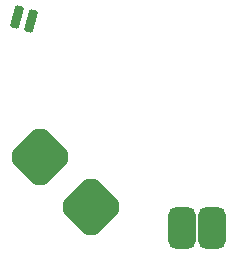
<source format=gbp>
G04*
G04 #@! TF.GenerationSoftware,Altium Limited,Altium Designer,20.1.7 (139)*
G04*
G04 Layer_Color=128*
%FSLAX44Y44*%
%MOMM*%
G71*
G04*
G04 #@! TF.SameCoordinates,99CDB543-8891-4245-8F14-29871282C811*
G04*
G04*
G04 #@! TF.FilePolarity,Positive*
G04*
G01*
G75*
G04:AMPARAMS|DCode=139|XSize=3.5mm|YSize=2.3mm|CornerRadius=0.575mm|HoleSize=0mm|Usage=FLASHONLY|Rotation=90.000|XOffset=0mm|YOffset=0mm|HoleType=Round|Shape=RoundedRectangle|*
%AMROUNDEDRECTD139*
21,1,3.5000,1.1500,0,0,90.0*
21,1,2.3500,2.3000,0,0,90.0*
1,1,1.1500,0.5750,1.1750*
1,1,1.1500,0.5750,-1.1750*
1,1,1.1500,-0.5750,-1.1750*
1,1,1.1500,-0.5750,1.1750*
%
%ADD139ROUNDEDRECTD139*%
G04:AMPARAMS|DCode=140|XSize=1.94mm|YSize=0.76mm|CornerRadius=0.19mm|HoleSize=0mm|Usage=FLASHONLY|Rotation=75.000|XOffset=0mm|YOffset=0mm|HoleType=Round|Shape=RoundedRectangle|*
%AMROUNDEDRECTD140*
21,1,1.9400,0.3800,0,0,75.0*
21,1,1.5600,0.7600,0,0,75.0*
1,1,0.3800,0.3854,0.7043*
1,1,0.3800,-0.0184,-0.8026*
1,1,0.3800,-0.3854,-0.7043*
1,1,0.3800,0.0184,0.8026*
%
%ADD140ROUNDEDRECTD140*%
G04:AMPARAMS|DCode=141|XSize=4mm|YSize=4mm|CornerRadius=1mm|HoleSize=0mm|Usage=FLASHONLY|Rotation=45.000|XOffset=0mm|YOffset=0mm|HoleType=Round|Shape=RoundedRectangle|*
%AMROUNDEDRECTD141*
21,1,4.0000,2.0000,0,0,45.0*
21,1,2.0000,4.0000,0,0,45.0*
1,1,2.0000,1.4142,0.0000*
1,1,2.0000,0.0000,-1.4142*
1,1,2.0000,-1.4142,0.0000*
1,1,2.0000,0.0000,1.4142*
%
%ADD141ROUNDEDRECTD141*%
D139*
X31240Y-128520D02*
D03*
X56640D02*
D03*
D140*
X-96782Y46937D02*
D03*
X-108373Y50042D02*
D03*
D141*
X-46445Y-110661D02*
D03*
X-88871Y-68235D02*
D03*
M02*

</source>
